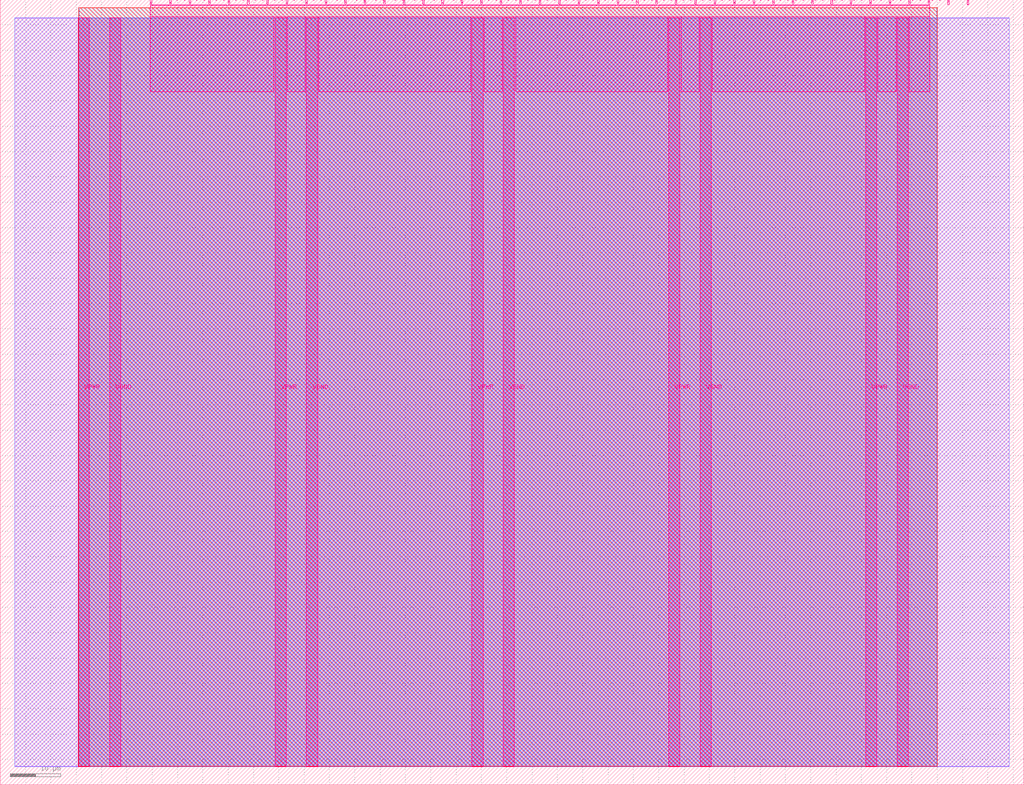
<source format=lef>
VERSION 5.7 ;
  NOWIREEXTENSIONATPIN ON ;
  DIVIDERCHAR "/" ;
  BUSBITCHARS "[]" ;
MACRO tt_um_i2c_peripheral_stevej
  CLASS BLOCK ;
  FOREIGN tt_um_i2c_peripheral_stevej ;
  ORIGIN 0.000 0.000 ;
  SIZE 202.080 BY 154.980 ;
  PIN VGND
    DIRECTION INOUT ;
    USE GROUND ;
    PORT
      LAYER Metal5 ;
        RECT 21.580 3.560 23.780 151.420 ;
    END
    PORT
      LAYER Metal5 ;
        RECT 60.450 3.560 62.650 151.420 ;
    END
    PORT
      LAYER Metal5 ;
        RECT 99.320 3.560 101.520 151.420 ;
    END
    PORT
      LAYER Metal5 ;
        RECT 138.190 3.560 140.390 151.420 ;
    END
    PORT
      LAYER Metal5 ;
        RECT 177.060 3.560 179.260 151.420 ;
    END
  END VGND
  PIN VPWR
    DIRECTION INOUT ;
    USE POWER ;
    PORT
      LAYER Metal5 ;
        RECT 15.380 3.560 17.580 151.420 ;
    END
    PORT
      LAYER Metal5 ;
        RECT 54.250 3.560 56.450 151.420 ;
    END
    PORT
      LAYER Metal5 ;
        RECT 93.120 3.560 95.320 151.420 ;
    END
    PORT
      LAYER Metal5 ;
        RECT 131.990 3.560 134.190 151.420 ;
    END
    PORT
      LAYER Metal5 ;
        RECT 170.860 3.560 173.060 151.420 ;
    END
  END VPWR
  PIN clk
    DIRECTION INPUT ;
    USE SIGNAL ;
    PORT
      LAYER Metal5 ;
        RECT 187.050 153.980 187.350 154.980 ;
    END
  END clk
  PIN ena
    DIRECTION INPUT ;
    USE SIGNAL ;
    PORT
      LAYER Metal5 ;
        RECT 190.890 153.980 191.190 154.980 ;
    END
  END ena
  PIN rst_n
    DIRECTION INPUT ;
    USE SIGNAL ;
    ANTENNAGATEAREA 0.180700 ;
    PORT
      LAYER Metal5 ;
        RECT 183.210 153.980 183.510 154.980 ;
    END
  END rst_n
  PIN ui_in[0]
    DIRECTION INPUT ;
    USE SIGNAL ;
    ANTENNAGATEAREA 0.180700 ;
    PORT
      LAYER Metal5 ;
        RECT 179.370 153.980 179.670 154.980 ;
    END
  END ui_in[0]
  PIN ui_in[1]
    DIRECTION INPUT ;
    USE SIGNAL ;
    ANTENNAGATEAREA 0.180700 ;
    PORT
      LAYER Metal5 ;
        RECT 175.530 153.980 175.830 154.980 ;
    END
  END ui_in[1]
  PIN ui_in[2]
    DIRECTION INPUT ;
    USE SIGNAL ;
    ANTENNAGATEAREA 0.180700 ;
    PORT
      LAYER Metal5 ;
        RECT 171.690 153.980 171.990 154.980 ;
    END
  END ui_in[2]
  PIN ui_in[3]
    DIRECTION INPUT ;
    USE SIGNAL ;
    ANTENNAGATEAREA 0.180700 ;
    PORT
      LAYER Metal5 ;
        RECT 167.850 153.980 168.150 154.980 ;
    END
  END ui_in[3]
  PIN ui_in[4]
    DIRECTION INPUT ;
    USE SIGNAL ;
    ANTENNAGATEAREA 0.180700 ;
    PORT
      LAYER Metal5 ;
        RECT 164.010 153.980 164.310 154.980 ;
    END
  END ui_in[4]
  PIN ui_in[5]
    DIRECTION INPUT ;
    USE SIGNAL ;
    ANTENNAGATEAREA 0.180700 ;
    PORT
      LAYER Metal5 ;
        RECT 160.170 153.980 160.470 154.980 ;
    END
  END ui_in[5]
  PIN ui_in[6]
    DIRECTION INPUT ;
    USE SIGNAL ;
    ANTENNAGATEAREA 0.180700 ;
    PORT
      LAYER Metal5 ;
        RECT 156.330 153.980 156.630 154.980 ;
    END
  END ui_in[6]
  PIN ui_in[7]
    DIRECTION INPUT ;
    USE SIGNAL ;
    ANTENNAGATEAREA 0.180700 ;
    PORT
      LAYER Metal5 ;
        RECT 152.490 153.980 152.790 154.980 ;
    END
  END ui_in[7]
  PIN uio_in[0]
    DIRECTION INPUT ;
    USE SIGNAL ;
    ANTENNAGATEAREA 0.180700 ;
    PORT
      LAYER Metal5 ;
        RECT 148.650 153.980 148.950 154.980 ;
    END
  END uio_in[0]
  PIN uio_in[1]
    DIRECTION INPUT ;
    USE SIGNAL ;
    ANTENNAGATEAREA 0.180700 ;
    PORT
      LAYER Metal5 ;
        RECT 144.810 153.980 145.110 154.980 ;
    END
  END uio_in[1]
  PIN uio_in[2]
    DIRECTION INPUT ;
    USE SIGNAL ;
    ANTENNAGATEAREA 0.607100 ;
    PORT
      LAYER Metal5 ;
        RECT 140.970 153.980 141.270 154.980 ;
    END
  END uio_in[2]
  PIN uio_in[3]
    DIRECTION INPUT ;
    USE SIGNAL ;
    ANTENNAGATEAREA 0.180700 ;
    PORT
      LAYER Metal5 ;
        RECT 137.130 153.980 137.430 154.980 ;
    END
  END uio_in[3]
  PIN uio_in[4]
    DIRECTION INPUT ;
    USE SIGNAL ;
    ANTENNAGATEAREA 0.180700 ;
    PORT
      LAYER Metal5 ;
        RECT 133.290 153.980 133.590 154.980 ;
    END
  END uio_in[4]
  PIN uio_in[5]
    DIRECTION INPUT ;
    USE SIGNAL ;
    ANTENNAGATEAREA 0.180700 ;
    PORT
      LAYER Metal5 ;
        RECT 129.450 153.980 129.750 154.980 ;
    END
  END uio_in[5]
  PIN uio_in[6]
    DIRECTION INPUT ;
    USE SIGNAL ;
    ANTENNAGATEAREA 0.213200 ;
    PORT
      LAYER Metal5 ;
        RECT 125.610 153.980 125.910 154.980 ;
    END
  END uio_in[6]
  PIN uio_in[7]
    DIRECTION INPUT ;
    USE SIGNAL ;
    ANTENNAGATEAREA 0.180700 ;
    PORT
      LAYER Metal5 ;
        RECT 121.770 153.980 122.070 154.980 ;
    END
  END uio_in[7]
  PIN uio_oe[0]
    DIRECTION OUTPUT ;
    USE SIGNAL ;
    ANTENNADIFFAREA 0.299200 ;
    PORT
      LAYER Metal5 ;
        RECT 56.490 153.980 56.790 154.980 ;
    END
  END uio_oe[0]
  PIN uio_oe[1]
    DIRECTION OUTPUT ;
    USE SIGNAL ;
    ANTENNADIFFAREA 0.299200 ;
    PORT
      LAYER Metal5 ;
        RECT 52.650 153.980 52.950 154.980 ;
    END
  END uio_oe[1]
  PIN uio_oe[2]
    DIRECTION OUTPUT ;
    USE SIGNAL ;
    ANTENNADIFFAREA 0.299200 ;
    PORT
      LAYER Metal5 ;
        RECT 48.810 153.980 49.110 154.980 ;
    END
  END uio_oe[2]
  PIN uio_oe[3]
    DIRECTION OUTPUT ;
    USE SIGNAL ;
    ANTENNADIFFAREA 0.299200 ;
    PORT
      LAYER Metal5 ;
        RECT 44.970 153.980 45.270 154.980 ;
    END
  END uio_oe[3]
  PIN uio_oe[4]
    DIRECTION OUTPUT ;
    USE SIGNAL ;
    ANTENNADIFFAREA 0.299200 ;
    PORT
      LAYER Metal5 ;
        RECT 41.130 153.980 41.430 154.980 ;
    END
  END uio_oe[4]
  PIN uio_oe[5]
    DIRECTION OUTPUT ;
    USE SIGNAL ;
    ANTENNAGATEAREA 0.241800 ;
    ANTENNADIFFAREA 0.632400 ;
    PORT
      LAYER Metal5 ;
        RECT 37.290 153.980 37.590 154.980 ;
    END
  END uio_oe[5]
  PIN uio_oe[6]
    DIRECTION OUTPUT ;
    USE SIGNAL ;
    ANTENNADIFFAREA 0.299200 ;
    PORT
      LAYER Metal5 ;
        RECT 33.450 153.980 33.750 154.980 ;
    END
  END uio_oe[6]
  PIN uio_oe[7]
    DIRECTION OUTPUT ;
    USE SIGNAL ;
    ANTENNADIFFAREA 0.299200 ;
    PORT
      LAYER Metal5 ;
        RECT 29.610 153.980 29.910 154.980 ;
    END
  END uio_oe[7]
  PIN uio_out[0]
    DIRECTION OUTPUT ;
    USE SIGNAL ;
    ANTENNADIFFAREA 0.299200 ;
    PORT
      LAYER Metal5 ;
        RECT 87.210 153.980 87.510 154.980 ;
    END
  END uio_out[0]
  PIN uio_out[1]
    DIRECTION OUTPUT ;
    USE SIGNAL ;
    ANTENNADIFFAREA 0.299200 ;
    PORT
      LAYER Metal5 ;
        RECT 83.370 153.980 83.670 154.980 ;
    END
  END uio_out[1]
  PIN uio_out[2]
    DIRECTION OUTPUT ;
    USE SIGNAL ;
    ANTENNADIFFAREA 0.299200 ;
    PORT
      LAYER Metal5 ;
        RECT 79.530 153.980 79.830 154.980 ;
    END
  END uio_out[2]
  PIN uio_out[3]
    DIRECTION OUTPUT ;
    USE SIGNAL ;
    ANTENNADIFFAREA 0.299200 ;
    PORT
      LAYER Metal5 ;
        RECT 75.690 153.980 75.990 154.980 ;
    END
  END uio_out[3]
  PIN uio_out[4]
    DIRECTION OUTPUT ;
    USE SIGNAL ;
    ANTENNADIFFAREA 0.299200 ;
    PORT
      LAYER Metal5 ;
        RECT 71.850 153.980 72.150 154.980 ;
    END
  END uio_out[4]
  PIN uio_out[5]
    DIRECTION OUTPUT ;
    USE SIGNAL ;
    ANTENNADIFFAREA 0.299200 ;
    PORT
      LAYER Metal5 ;
        RECT 68.010 153.980 68.310 154.980 ;
    END
  END uio_out[5]
  PIN uio_out[6]
    DIRECTION OUTPUT ;
    USE SIGNAL ;
    ANTENNADIFFAREA 0.654800 ;
    PORT
      LAYER Metal5 ;
        RECT 64.170 153.980 64.470 154.980 ;
    END
  END uio_out[6]
  PIN uio_out[7]
    DIRECTION OUTPUT ;
    USE SIGNAL ;
    ANTENNADIFFAREA 0.299200 ;
    PORT
      LAYER Metal5 ;
        RECT 60.330 153.980 60.630 154.980 ;
    END
  END uio_out[7]
  PIN uo_out[0]
    DIRECTION OUTPUT ;
    USE SIGNAL ;
    ANTENNADIFFAREA 0.706400 ;
    PORT
      LAYER Metal5 ;
        RECT 117.930 153.980 118.230 154.980 ;
    END
  END uo_out[0]
  PIN uo_out[1]
    DIRECTION OUTPUT ;
    USE SIGNAL ;
    ANTENNADIFFAREA 0.706400 ;
    PORT
      LAYER Metal5 ;
        RECT 114.090 153.980 114.390 154.980 ;
    END
  END uo_out[1]
  PIN uo_out[2]
    DIRECTION OUTPUT ;
    USE SIGNAL ;
    ANTENNADIFFAREA 0.706400 ;
    PORT
      LAYER Metal5 ;
        RECT 110.250 153.980 110.550 154.980 ;
    END
  END uo_out[2]
  PIN uo_out[3]
    DIRECTION OUTPUT ;
    USE SIGNAL ;
    ANTENNADIFFAREA 0.733200 ;
    PORT
      LAYER Metal5 ;
        RECT 106.410 153.980 106.710 154.980 ;
    END
  END uo_out[3]
  PIN uo_out[4]
    DIRECTION OUTPUT ;
    USE SIGNAL ;
    ANTENNADIFFAREA 0.733200 ;
    PORT
      LAYER Metal5 ;
        RECT 102.570 153.980 102.870 154.980 ;
    END
  END uo_out[4]
  PIN uo_out[5]
    DIRECTION OUTPUT ;
    USE SIGNAL ;
    ANTENNADIFFAREA 0.733200 ;
    PORT
      LAYER Metal5 ;
        RECT 98.730 153.980 99.030 154.980 ;
    END
  END uo_out[5]
  PIN uo_out[6]
    DIRECTION OUTPUT ;
    USE SIGNAL ;
    ANTENNADIFFAREA 0.733200 ;
    PORT
      LAYER Metal5 ;
        RECT 94.890 153.980 95.190 154.980 ;
    END
  END uo_out[6]
  PIN uo_out[7]
    DIRECTION OUTPUT ;
    USE SIGNAL ;
    ANTENNADIFFAREA 0.733200 ;
    PORT
      LAYER Metal5 ;
        RECT 91.050 153.980 91.350 154.980 ;
    END
  END uo_out[7]
  OBS
      LAYER GatPoly ;
        RECT 2.880 3.630 199.200 151.350 ;
      LAYER Metal1 ;
        RECT 2.880 3.560 199.200 151.420 ;
      LAYER Metal2 ;
        RECT 15.515 3.680 184.945 151.300 ;
      LAYER Metal3 ;
        RECT 15.560 3.635 184.900 153.445 ;
      LAYER Metal4 ;
        RECT 15.515 3.680 184.945 153.400 ;
      LAYER Metal5 ;
        RECT 30.120 153.770 33.240 153.980 ;
        RECT 33.960 153.770 37.080 153.980 ;
        RECT 37.800 153.770 40.920 153.980 ;
        RECT 41.640 153.770 44.760 153.980 ;
        RECT 45.480 153.770 48.600 153.980 ;
        RECT 49.320 153.770 52.440 153.980 ;
        RECT 53.160 153.770 56.280 153.980 ;
        RECT 57.000 153.770 60.120 153.980 ;
        RECT 60.840 153.770 63.960 153.980 ;
        RECT 64.680 153.770 67.800 153.980 ;
        RECT 68.520 153.770 71.640 153.980 ;
        RECT 72.360 153.770 75.480 153.980 ;
        RECT 76.200 153.770 79.320 153.980 ;
        RECT 80.040 153.770 83.160 153.980 ;
        RECT 83.880 153.770 87.000 153.980 ;
        RECT 87.720 153.770 90.840 153.980 ;
        RECT 91.560 153.770 94.680 153.980 ;
        RECT 95.400 153.770 98.520 153.980 ;
        RECT 99.240 153.770 102.360 153.980 ;
        RECT 103.080 153.770 106.200 153.980 ;
        RECT 106.920 153.770 110.040 153.980 ;
        RECT 110.760 153.770 113.880 153.980 ;
        RECT 114.600 153.770 117.720 153.980 ;
        RECT 118.440 153.770 121.560 153.980 ;
        RECT 122.280 153.770 125.400 153.980 ;
        RECT 126.120 153.770 129.240 153.980 ;
        RECT 129.960 153.770 133.080 153.980 ;
        RECT 133.800 153.770 136.920 153.980 ;
        RECT 137.640 153.770 140.760 153.980 ;
        RECT 141.480 153.770 144.600 153.980 ;
        RECT 145.320 153.770 148.440 153.980 ;
        RECT 149.160 153.770 152.280 153.980 ;
        RECT 153.000 153.770 156.120 153.980 ;
        RECT 156.840 153.770 159.960 153.980 ;
        RECT 160.680 153.770 163.800 153.980 ;
        RECT 164.520 153.770 167.640 153.980 ;
        RECT 168.360 153.770 171.480 153.980 ;
        RECT 172.200 153.770 175.320 153.980 ;
        RECT 176.040 153.770 179.160 153.980 ;
        RECT 179.880 153.770 183.000 153.980 ;
        RECT 29.660 151.630 183.460 153.770 ;
        RECT 29.660 136.775 54.040 151.630 ;
        RECT 56.660 136.775 60.240 151.630 ;
        RECT 62.860 136.775 92.910 151.630 ;
        RECT 95.530 136.775 99.110 151.630 ;
        RECT 101.730 136.775 131.780 151.630 ;
        RECT 134.400 136.775 137.980 151.630 ;
        RECT 140.600 136.775 170.650 151.630 ;
        RECT 173.270 136.775 176.850 151.630 ;
        RECT 179.470 136.775 183.460 151.630 ;
  END
END tt_um_i2c_peripheral_stevej
END LIBRARY


</source>
